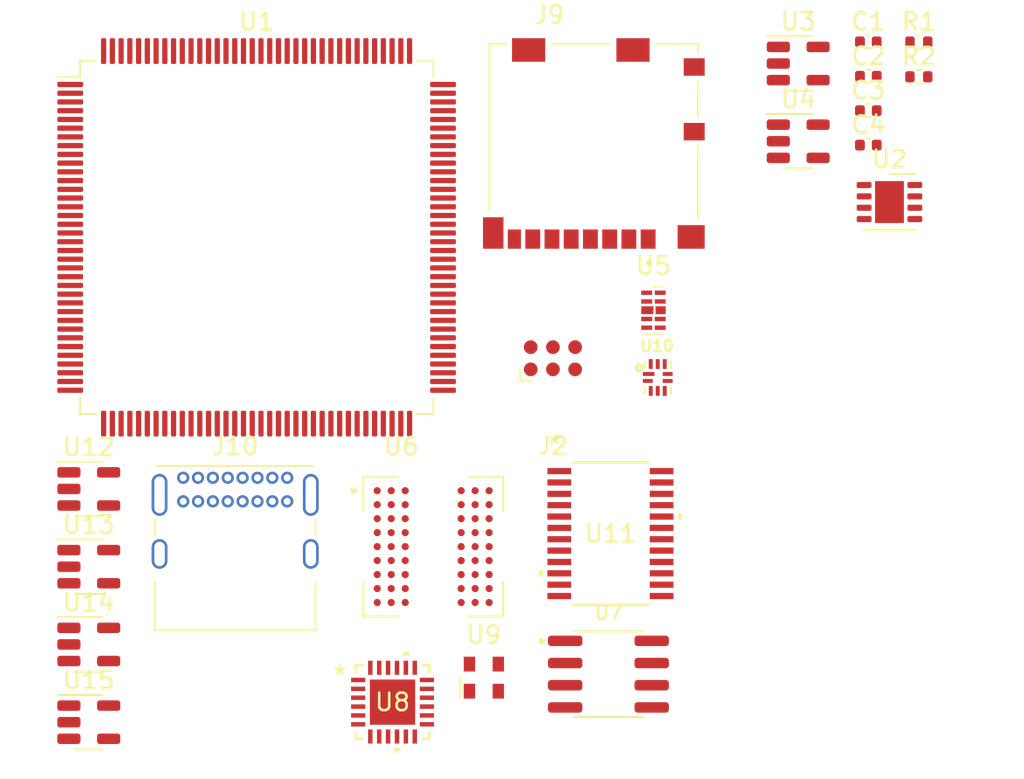
<source format=kicad_pcb>
(kicad_pcb (version 20221018) (generator pcbnew)
  (layers (0 "F.Cu" signal) (31 "B.Cu" signal) (34 "B.Paste" user) (35 "F.Paste" user) (36 "B.SilkS" user "B.Silkscreen") (37 "F.SilkS" user "F.Silkscreen") (38 "B.Mask" user) (39 "F.Mask" user) (44 "Edge.Cuts" user))
  (net 0 "")
  (net 1 "Net-(U2-EN)")
  (net 2 "GND")
  (net 5 "Net-(U2-OUT)")
  (net 6 "Net-(U3-EN)")
  (net 24 "Net-(J9-GND-PadG1)")
  (net 25 "Net-(J10-GND-PadA1)")
  (net 26 "Net-(J10-VBUS-PadA4)")
  (net 36 "Net-(U2-SNS)")
  (net 52 "Net-(U1-VSS-Pad107)")
  (net 185 "Net-(U5-VSS-Pad3)")
  (net 192 "Net-(U6-VSS-PadA1)")
  (net 194 "Net-(U6-VSSQ-PadA3)")
  (net 195 "Net-(U6-VDDQ-PadA7)")
  (net 197 "Net-(U6-VDD-PadA9)")
  (footprint "footprints:MOLEX_104031-0811" (layer "F.Cu") (at 166.87 82.045)
    (fp_text reference "J9" (at -2.545225 -7.385735) (layer "F.SilkS") (effects (font (size 1.002071 1.002071))))
    (fp_text value "104031-0811")
    (pad "1" smd rect (at 3.105 5.45) (size 0.85 1.1) (layers "F.Cu" "F.Paste" "F.Mask"))
    (pad "2" smd rect (at 2.005 5.45) (size 0.85 1.1) (layers "F.Cu" "F.Paste" "F.Mask"))
    (pad "3" smd rect (at 0.905 5.45) (size 0.85 1.1) (layers "F.Cu" "F.Paste" "F.Mask"))
    (pad "4" smd rect (at -0.195 5.45) (size 0.85 1.1) (layers "F.Cu" "F.Paste" "F.Mask"))
    (pad "5" smd rect (at -1.295 5.45) (size 0.85 1.1) (layers "F.Cu" "F.Paste" "F.Mask"))
    (pad "6" smd rect (at -2.395 5.45) (size 0.85 1.1) (layers "F.Cu" "F.Paste" "F.Mask"))
    (pad "7" smd rect (at -3.495 5.45) (size 0.85 1.1) (layers "F.Cu" "F.Paste" "F.Mask"))
    (pad "8" smd rect (at -4.545 5.45) (size 0.75 1.1) (layers "F.Cu" "F.Paste" "F.Mask"))
    (pad "9" smd rect (at 5.74 -0.7) (size 1.2 1) (layers "F.Cu" "F.Paste" "F.Mask"))
    (pad "10" smd rect (at 5.74 -4.4) (size 1.2 1) (layers "F.Cu" "F.Paste" "F.Mask"))
    (pad "G1" smd rect (at 5.565 5.325) (size 1.55 1.35) (layers "F.Cu" "F.Paste" "F.Mask") (net 24 "Net-(J9-GND-PadG1)"))
    (pad "G2" smd rect (at -5.755 5.1) (size 1.17 1.8) (layers "F.Cu" "F.Paste" "F.Mask") (net 24 "Net-(J9-GND-PadG1)"))
    (pad "G3" smd rect (at -3.73 -5.375) (size 1.9 1.35) (layers "F.Cu" "F.Paste" "F.Mask") (net 24 "Net-(J9-GND-PadG1)"))
    (pad "G4" smd rect (at 2.24 -5.375) (size 1.9 1.35) (layers "F.Cu" "F.Paste" "F.Mask") (net 24 "Net-(J9-GND-PadG1)"))
  )
  (footprint "Package_TO_SOT_SMD:SOT-23-5" (layer "F.Cu") (at 137.98 110.695)
    (fp_text reference "U14" (at 0 -2.4) (layer "F.SilkS"))
    (fp_text value "TLV9301xDBV")
    (pad "1" smd roundrect (at -1.1375 -0.95) (size 1.325 0.6) (layers "F.Cu" "F.Paste" "F.Mask"))
    (pad "2" smd roundrect (at -1.1375 0) (size 1.325 0.6) (layers "F.Cu" "F.Paste" "F.Mask"))
    (pad "3" smd roundrect (at -1.1375 0.95) (size 1.325 0.6) (layers "F.Cu" "F.Paste" "F.Mask"))
    (pad "4" smd roundrect (at 1.1375 0.95) (size 1.325 0.6) (layers "F.Cu" "F.Paste" "F.Mask"))
    (pad "5" smd roundrect (at 1.1375 -0.95) (size 1.325 0.6) (layers "F.Cu" "F.Paste" "F.Mask"))
  )
  (footprint "footprints:codec-cs4270" (layer "F.Cu") (at 167.8198 104.3499)
    (fp_text reference "U11" (at 0 0 unlocked) (layer "F.SilkS"))
    (fp_text value "CS4270-CZZ")
    (fp_text user "*" (at -3.18135 -5.0736) (layer "F.SilkS"))
    (fp_text user "*" (at -3.18135 -5.0736 unlocked) (layer "F.SilkS"))
    (pad "1" smd rect (at -2.92735 -3.574999) (size 1.3589 0.3556) (layers "F.Cu" "F.Paste" "F.Mask"))
    (pad "2" smd rect (at -2.92735 -2.925) (size 1.3589 0.3556) (layers "F.Cu" "F.Paste" "F.Mask"))
    (pad "3" smd rect (at -2.92735 -2.275002) (size 1.3589 0.3556) (layers "F.Cu" "F.Paste" "F.Mask"))
    (pad "4" smd rect (at -2.92735 -1.625001) (size 1.3589 0.3556) (layers "F.Cu" "F.Paste" "F.Mask"))
    (pad "5" smd rect (at -2.92735 -0.975002) (size 1.3589 0.3556) (layers "F.Cu" "F.Paste" "F.Mask"))
    (pad "6" smd rect (at -2.92735 -0.325001) (size 1.3589 0.3556) (layers "F.Cu" "F.Paste" "F.Mask"))
    (pad "7" smd rect (at -2.92735 0.324998) (size 1.3589 0.3556) (layers "F.Cu" "F.Paste" "F.Mask"))
    (pad "8" smd rect (at -2.92735 0.974999) (size 1.3589 0.3556) (layers "F.Cu" "F.Paste" "F.Mask"))
    (pad "9" smd rect (at -2.92735 1.624998) (size 1.3589 0.3556) (layers "F.Cu" "F.Paste" "F.Mask"))
    (pad "10" smd rect (at -2.92735 2.274999) (size 1.3589 0.3556) (layers "F.Cu" "F.Paste" "F.Mask"))
    (pad "11" smd rect (at -2.92735 2.924998) (size 1.3589 0.3556) (layers "F.Cu" "F.Paste" "F.Mask"))
    (pad "12" smd rect (at -2.92735 3.574999) (size 1.3589 0.3556) (layers "F.Cu" "F.Paste" "F.Mask"))
    (pad "13" smd rect (at 2.92735 3.574999) (size 1.3589 0.3556) (layers "F.Cu" "F.Paste" "F.Mask"))
    (pad "14" smd rect (at 2.92735 2.925) (size 1.3589 0.3556) (layers "F.Cu" "F.Paste" "F.Mask"))
    (pad "15" smd rect (at 2.92735 2.274999) (size 1.3589 0.3556) (layers "F.Cu" "F.Paste" "F.Mask"))
    (pad "16" smd rect (at 2.92735 1.625001) (size 1.3589 0.3556) (layers "F.Cu" "F.Paste" "F.Mask"))
    (pad "17" smd rect (at 2.92735 0.974999) (size 1.3589 0.3556) (layers "F.Cu" "F.Paste" "F.Mask"))
    (pad "18" smd rect (at 2.92735 0.325001) (size 1.3589 0.3556) (layers "F.Cu" "F.Paste" "F.Mask"))
    (pad "19" smd rect (at 2.92735 -0.324998) (size 1.3589 0.3556) (layers "F.Cu" "F.Paste" "F.Mask"))
    (pad "20" smd rect (at 2.92735 -0.974999) (size 1.3589 0.3556) (layers "F.Cu" "F.Paste" "F.Mask"))
    (pad "21" smd rect (at 2.92735 -1.624998) (size 1.3589 0.3556) (layers "F.Cu" "F.Paste" "F.Mask"))
    (pad "22" smd rect (at 2.92735 -2.274999) (size 1.3589 0.3556) (layers "F.Cu" "F.Paste" "F.Mask"))
    (pad "23" smd rect (at 2.92735 -2.924998) (size 1.3589 0.3556) (layers "F.Cu" "F.Paste" "F.Mask"))
    (pad "24" smd rect (at 2.92735 -3.574999) (size 1.3589 0.3556) (layers "F.Cu" "F.Paste" "F.Mask"))
  )
  (footprint "footprints:QFN24_4X4MC_MCH" (layer "F.Cu") (at 155.355299 113.998099)
    (fp_text reference "U8" (at 0 0 unlocked) (layer "F.SilkS"))
    (fp_text value "USB3318C-CP-TR")
    (fp_text user "*" (at -3.005099 -1.524) (layer "F.SilkS"))
    (fp_text user "*" (at -3.005099 -1.524 unlocked) (layer "F.SilkS"))
    (pad "1" smd rect (at -1.9661 -1.27 90) (size 0.2548 0.807999) (layers "F.Cu" "F.Paste" "F.Mask"))
    (pad "2" smd rect (at -1.9661 -0.762 90) (size 0.2548 0.807999) (layers "F.Cu" "F.Paste" "F.Mask"))
    (pad "3" smd rect (at -1.9661 -0.254 90) (size 0.2548 0.807999) (layers "F.Cu" "F.Paste" "F.Mask"))
    (pad "4" smd rect (at -1.9661 0.254 90) (size 0.2548 0.807999) (layers "F.Cu" "F.Paste" "F.Mask"))
    (pad "5" smd rect (at -1.9661 0.762 90) (size 0.2548 0.807999) (layers "F.Cu" "F.Paste" "F.Mask"))
    (pad "6" smd rect (at -1.9661 1.27 90) (size 0.2548 0.807999) (layers "F.Cu" "F.Paste" "F.Mask"))
    (pad "7" smd rect (at -1.27 1.9661) (size 0.2548 0.807999) (layers "F.Cu" "F.Paste" "F.Mask"))
    (pad "8" smd rect (at -0.762 1.9661) (size 0.2548 0.807999) (layers "F.Cu" "F.Paste" "F.Mask"))
    (pad "9" smd rect (at -0.254 1.9661) (size 0.2548 0.807999) (layers "F.Cu" "F.Paste" "F.Mask"))
    (pad "10" smd rect (at 0.254 1.9661) (size 0.2548 0.807999) (layers "F.Cu" "F.Paste" "F.Mask"))
    (pad "11" smd rect (at 0.762 1.9661) (size 0.2548 0.807999) (layers "F.Cu" "F.Paste" "F.Mask"))
    (pad "12" smd rect (at 1.27 1.9661) (size 0.2548 0.807999) (layers "F.Cu" "F.Paste" "F.Mask"))
    (pad "13" smd rect (at 1.9661 1.27 90) (size 0.2548 0.807999) (layers "F.Cu" "F.Paste" "F.Mask"))
    (pad "14" smd rect (at 1.9661 0.762 90) (size 0.2548 0.807999) (layers "F.Cu" "F.Paste" "F.Mask"))
    (pad "15" smd rect (at 1.9661 0.254 90) (size 0.2548 0.807999) (layers "F.Cu" "F.Paste" "F.Mask"))
    (pad "16" smd rect (at 1.9661 -0.254 90) (size 0.2548 0.807999) (layers "F.Cu" "F.Paste" "F.Mask"))
    (pad "17" smd rect (at 1.9661 -0.762 90) (size 0.2548 0.807999) (layers "F.Cu" "F.Paste" "F.Mask"))
    (pad "18" smd rect (at 1.9661 -1.27 90) (size 0.2548 0.807999) (layers "F.Cu" "F.Paste" "F.Mask"))
    (pad "19" smd rect (at 1.27 -1.9661) (size 0.2548 0.807999) (layers "F.Cu" "F.Paste" "F.Mask"))
    (pad "20" smd rect (at 0.762 -1.9661) (size 0.2548 0.807999) (layers "F.Cu" "F.Paste" "F.Mask"))
    (pad "21" smd rect (at 0.254 -1.9661) (size 0.2548 0.807999) (layers "F.Cu" "F.Paste" "F.Mask"))
    (pad "22" smd rect (at -0.254 -1.9661) (size 0.2548 0.807999) (layers "F.Cu" "F.Paste" "F.Mask"))
    (pad "23" smd rect (at -0.762 -1.9661) (size 0.2548 0.807999) (layers "F.Cu" "F.Paste" "F.Mask"))
    (pad "24" smd rect (at -1.27 -1.9661) (size 0.2548 0.807999) (layers "F.Cu" "F.Paste" "F.Mask"))
    (pad "25" smd rect (at 0 0) (size 2.5908 2.5908) (layers "F.Cu"))
  )
  (footprint "Resistor_SMD:R_0402_1005Metric" (layer "F.Cu") (at 185.46 78.205)
    (fp_text reference "R2" (at 0 -1.17) (layer "F.SilkS"))
    (fp_text value "DNP")
    (pad "1" smd roundrect (at -0.51 0) (size 0.54 0.64) (layers "F.Cu" "F.Paste" "F.Mask") (net 36 "Net-(U2-SNS)"))
    (pad "2" smd roundrect (at 0.51 0) (size 0.54 0.64) (layers "F.Cu" "F.Paste" "F.Mask") (net 2 "GND"))
  )
  (footprint "Package_TO_SOT_SMD:SOT-23-5" (layer "F.Cu") (at 137.98 106.245)
    (fp_text reference "U13" (at 0 -2.4) (layer "F.SilkS"))
    (fp_text value "TLV9301xDBV")
    (pad "1" smd roundrect (at -1.1375 -0.95) (size 1.325 0.6) (layers "F.Cu" "F.Paste" "F.Mask"))
    (pad "2" smd roundrect (at -1.1375 0) (size 1.325 0.6) (layers "F.Cu" "F.Paste" "F.Mask"))
    (pad "3" smd roundrect (at -1.1375 0.95) (size 1.325 0.6) (layers "F.Cu" "F.Paste" "F.Mask"))
    (pad "4" smd roundrect (at 1.1375 0.95) (size 1.325 0.6) (layers "F.Cu" "F.Paste" "F.Mask"))
    (pad "5" smd roundrect (at 1.1375 -0.95) (size 1.325 0.6) (layers "F.Cu" "F.Paste" "F.Mask"))
  )
  (footprint "Capacitor_SMD:C_0402_1005Metric" (layer "F.Cu") (at 182.57 82.115)
    (fp_text reference "C4" (at 0 -1.16) (layer "F.SilkS"))
    (fp_text value "2u2")
    (pad "1" smd roundrect (at -0.48 0) (size 0.56 0.62) (layers "F.Cu" "F.Paste" "F.Mask") (net 6 "Net-(U3-EN)"))
    (pad "2" smd roundrect (at 0.48 0) (size 0.56 0.62) (layers "F.Cu" "F.Paste" "F.Mask"))
  )
  (footprint "Package_TO_SOT_SMD:SOT-23-5" (layer "F.Cu") (at 137.98 101.795)
    (fp_text reference "U12" (at 0 -2.4) (layer "F.SilkS"))
    (fp_text value "TLV9301xDBV")
    (pad "1" smd roundrect (at -1.1375 -0.95) (size 1.325 0.6) (layers "F.Cu" "F.Paste" "F.Mask"))
    (pad "2" smd roundrect (at -1.1375 0) (size 1.325 0.6) (layers "F.Cu" "F.Paste" "F.Mask"))
    (pad "3" smd roundrect (at -1.1375 0.95) (size 1.325 0.6) (layers "F.Cu" "F.Paste" "F.Mask"))
    (pad "4" smd roundrect (at 1.1375 0.95) (size 1.325 0.6) (layers "F.Cu" "F.Paste" "F.Mask"))
    (pad "5" smd roundrect (at 1.1375 -0.95) (size 1.325 0.6) (layers "F.Cu" "F.Paste" "F.Mask"))
  )
  (footprint "Package_SON:VSON-8-1EP_3x3mm_P0.65mm_EP1.65x2.4mm" (layer "F.Cu") (at 183.78 85.375)
    (fp_text reference "U2" (at 0 -2.45) (layer "F.SilkS"))
    (fp_text value "TLV76733QWDRBxQ1")
    (pad "1" smd roundrect (at -1.45 -0.975) (size 0.85 0.35) (layers "F.Cu" "F.Paste" "F.Mask") (net 5 "Net-(U2-OUT)"))
    (pad "2" smd roundrect (at -1.45 -0.325) (size 0.85 0.35) (layers "F.Cu" "F.Paste" "F.Mask"))
    (pad "3" smd roundrect (at -1.45 0.325) (size 0.85 0.35) (layers "F.Cu" "F.Paste" "F.Mask") (net 36 "Net-(U2-SNS)"))
    (pad "4" smd roundrect (at -1.45 0.975) (size 0.85 0.35) (layers "F.Cu" "F.Paste" "F.Mask") (net 2 "GND"))
    (pad "5" smd roundrect (at 1.45 0.975) (size 0.85 0.35) (layers "F.Cu" "F.Paste" "F.Mask") (net 1 "Net-(U2-EN)"))
    (pad "6" smd roundrect (at 1.45 0.325) (size 0.85 0.35) (layers "F.Cu" "F.Paste" "F.Mask") (net 2 "GND"))
    (pad "7" smd roundrect (at 1.45 -0.325) (size 0.85 0.35) (layers "F.Cu" "F.Paste" "F.Mask"))
    (pad "8" smd roundrect (at 1.45 -0.975) (size 0.85 0.35) (layers "F.Cu" "F.Paste" "F.Mask") (net 1 "Net-(U2-EN)"))
    (pad "9" smd rect (at 0 0) (size 1.65 2.4) (layers "F.Cu" "F.Mask") (net 2 "GND"))
  )
  (footprint "footprints:IC_FSUSB42UMX" (layer "F.Cu") (at 170.525709 95.415)
    (fp_text reference "U10" (at -0.041 -1.8104) (layer "F.SilkS") (effects (font (size 0.64 0.64))))
    (fp_text value "FSUSB42UMX")
    (pad "1" smd rect (at -0.5185 -0.2) (size 0.663 0.225) (layers "F.Cu" "F.Paste" "F.Mask"))
    (pad "2" smd rect (at -0.5685 0.2) (size 0.563 0.225) (layers "F.Cu" "F.Paste" "F.Mask"))
    (pad "3" smd rect (at -0.4 0.7685 90) (size 0.563 0.225) (layers "F.Cu" "F.Paste" "F.Mask"))
    (pad "4" smd rect (at 0 0.7685 90) (size 0.563 0.225) (layers "F.Cu" "F.Paste" "F.Mask"))
    (pad "5" smd rect (at 0.4 0.7685 90) (size 0.563 0.225) (layers "F.Cu" "F.Paste" "F.Mask"))
    (pad "6" smd rect (at 0.5685 0.2 180) (size 0.563 0.225) (layers "F.Cu" "F.Paste" "F.Mask"))
    (pad "7" smd rect (at 0.5685 -0.2 180) (size 0.563 0.225) (layers "F.Cu" "F.Paste" "F.Mask"))
    (pad "8" smd rect (at 0.4 -0.7685 270) (size 0.563 0.225) (layers "F.Cu" "F.Paste" "F.Mask"))
    (pad "9" smd rect (at 0 -0.7685 270) (size 0.563 0.225) (layers "F.Cu" "F.Paste" "F.Mask"))
    (pad "10" smd rect (at -0.4 -0.7685 270) (size 0.563 0.225) (layers "F.Cu" "F.Paste" "F.Mask"))
  )
  (footprint "Package_DFN_QFN:Diodes_UDFN-10_1.0x2.5mm_P0.5mm" (layer "F.Cu") (at 170.28 91.565)
    (fp_text reference "U5" (at 0 -2.54) (layer "F.SilkS"))
    (fp_text value "D3V3XA4B10LP")
    (pad "1" smd rect (at -0.3875 -1 270) (size 0.25 0.625) (layers "F.Cu" "F.Paste" "F.Mask"))
    (pad "2" smd rect (at -0.3875 -0.5 270) (size 0.25 0.625) (layers "F.Cu" "F.Paste" "F.Mask"))
    (pad "3" smd rect (at -0.35 0 270) (size 0.45 0.7) (layers "F.Cu" "F.Paste" "F.Mask") (net 185 "Net-(U5-VSS-Pad3)"))
    (pad "4" smd rect (at -0.3875 0.5 270) (size 0.25 0.625) (layers "F.Cu" "F.Paste" "F.Mask"))
    (pad "5" smd rect (at -0.3875 1 270) (size 0.25 0.625) (layers "F.Cu" "F.Paste" "F.Mask"))
    (pad "6" smd rect (at 0.3875 1 270) (size 0.25 0.625) (layers "F.Cu" "F.Paste" "F.Mask"))
    (pad "7" smd rect (at 0.3875 0.5 270) (size 0.25 0.625) (layers "F.Cu" "F.Paste" "F.Mask"))
    (pad "8" smd rect (at 0.4125 0 270) (size 0.45 0.575) (layers "F.Cu" "F.Paste" "F.Mask") (net 185 "Net-(U5-VSS-Pad3)"))
    (pad "9" smd rect (at 0.3875 -0.5 270) (size 0.25 0.625) (layers "F.Cu" "F.Paste" "F.Mask"))
    (pad "10" smd rect (at 0.3875 -1 270) (size 0.25 0.625) (layers "F.Cu" "F.Paste" "F.Mask"))
  )
  (footprint "Resistor_SMD:R_0402_1005Metric" (layer "F.Cu") (at 185.46 76.215)
    (fp_text reference "R1" (at 0 -1.17) (layer "F.SilkS"))
    (fp_text value "0")
    (pad "1" smd roundrect (at -0.51 0) (size 0.54 0.64) (layers "F.Cu" "F.Paste" "F.Mask") (net 5 "Net-(U2-OUT)"))
    (pad "2" smd roundrect (at 0.51 0) (size 0.54 0.64) (layers "F.Cu" "F.Paste" "F.Mask") (net 36 "Net-(U2-SNS)"))
  )
  (footprint "Package_TO_SOT_SMD:SOT-23-5" (layer "F.Cu") (at 137.98 115.145)
    (fp_text reference "U15" (at 0 -2.4) (layer "F.SilkS"))
    (fp_text value "TLV9301xDBV")
    (pad "1" smd roundrect (at -1.1375 -0.95) (size 1.325 0.6) (layers "F.Cu" "F.Paste" "F.Mask"))
    (pad "2" smd roundrect (at -1.1375 0) (size 1.325 0.6) (layers "F.Cu" "F.Paste" "F.Mask"))
    (pad "3" smd roundrect (at -1.1375 0.95) (size 1.325 0.6) (layers "F.Cu" "F.Paste" "F.Mask"))
    (pad "4" smd roundrect (at 1.1375 0.95) (size 1.325 0.6) (layers "F.Cu" "F.Paste" "F.Mask"))
    (pad "5" smd roundrect (at 1.1375 -0.95) (size 1.325 0.6) (layers "F.Cu" "F.Paste" "F.Mask"))
  )
  (footprint "Capacitor_SMD:C_0402_1005Metric" (layer "F.Cu") (at 182.57 78.175)
    (fp_text reference "C2" (at 0 -1.16) (layer "F.SilkS"))
    (fp_text value "2u2")
    (pad "1" smd roundrect (at -0.48 0) (size 0.56 0.62) (layers "F.Cu" "F.Paste" "F.Mask"))
    (pad "2" smd roundrect (at 0.48 0) (size 0.56 0.62) (layers "F.Cu" "F.Paste" "F.Mask"))
  )
  (footprint "footprints:BGA54C80P9X9_800X800X120" (layer "F.Cu") (at 157.68 105.095)
    (fp_text reference "U6" (at -1.825 -5.735) (layer "F.SilkS"))
    (fp_text value "IS42S16800F-7BL-TR")
    (pad "A1" smd circle (at -3.2 -3.2) (size 0.41 0.41) (layers "F.Cu" "F.Paste" "F.Mask") (net 192 "Net-(U6-VSS-PadA1)"))
    (pad "A2" smd circle (at -2.4 -3.2) (size 0.41 0.41) (layers "F.Cu" "F.Paste" "F.Mask"))
    (pad "A3" smd circle (at -1.6 -3.2) (size 0.41 0.41) (layers "F.Cu" "F.Paste" "F.Mask") (net 194 "Net-(U6-VSSQ-PadA3)"))
    (pad "A7" smd circle (at 1.6 -3.2) (size 0.41 0.41) (layers "F.Cu" "F.Paste" "F.Mask") (net 195 "Net-(U6-VDDQ-PadA7)"))
    (pad "A8" smd circle (at 2.4 -3.2) (size 0.41 0.41) (layers "F.Cu" "F.Paste" "F.Mask"))
    (pad "A9" smd circle (at 3.2 -3.2) (size 0.41 0.41) (layers "F.Cu" "F.Paste" "F.Mask") (net 197 "Net-(U6-VDD-PadA9)"))
    (pad "B1" smd circle (at -3.2 -2.4) (size 0.41 0.41) (layers "F.Cu" "F.Paste" "F.Mask"))
    (pad "B2" smd circle (at -2.4 -2.4) (size 0.41 0.41) (layers "F.Cu" "F.Paste" "F.Mask"))
    (pad "B3" smd circle (at -1.6 -2.4) (size 0.41 0.41) (layers "F.Cu" "F.Paste" "F.Mask") (net 195 "Net-(U6-VDDQ-PadA7)"))
    (pad "B7" smd circle (at 1.6 -2.4) (size 0.41 0.41) (layers "F.Cu" "F.Paste" "F.Mask") (net 194 "Net-(U6-VSSQ-PadA3)"))
    (pad "B8" smd circle (at 2.4 -2.4) (size 0.41 0.41) (layers "F.Cu" "F.Paste" "F.Mask"))
    (pad "B9" smd circle (at 3.2 -2.4) (size 0.41 0.41) (layers "F.Cu" "F.Paste" "F.Mask"))
    (pad "C1" smd circle (at -3.2 -1.6) (size 0.41 0.41) (layers "F.Cu" "F.Paste" "F.Mask"))
    (pad "C2" smd circle (at -2.4 -1.6) (size 0.41 0.41) (layers "F.Cu" "F.Paste" "F.Mask"))
    (pad "C3" smd circle (at -1.6 -1.6) (size 0.41 0.41) (layers "F.Cu" "F.Paste" "F.Mask") (net 194 "Net-(U6-VSSQ-PadA3)"))
    (pad "C7" smd circle (at 1.6 -1.6) (size 0.41 0.41) (layers "F.Cu" "F.Paste" "F.Mask") (net 195 "Net-(U6-VDDQ-PadA7)"))
    (pad "C8" smd circle (at 2.4 -1.6) (size 0.41 0.41) (layers "F.Cu" "F.Paste" "F.Mask"))
    (pad "C9" smd circle (at 3.2 -1.6) (size 0.41 0.41) (layers "F.Cu" "F.Paste" "F.Mask"))
    (pad "D1" smd circle (at -3.2 -0.8) (size 0.41 0.41) (layers "F.Cu" "F.Paste" "F.Mask"))
    (pad "D2" smd circle (at -2.4 -0.8) (size 0.41 0.41) (layers "F.Cu" "F.Paste" "F.Mask"))
    (pad "D3" smd circle (at -1.6 -0.8) (size 0.41 0.41) (layers "F.Cu" "F.Paste" "F.Mask") (net 195 "Net-(U6-VDDQ-PadA7)"))
    (pad "D7" smd circle (at 1.6 -0.8) (size 0.41 0.41) (layers "F.Cu" "F.Paste" "F.Mask") (net 194 "Net-(U6-VSSQ-PadA3)"))
    (pad "D8" smd circle (at 2.4 -0.8) (size 0.41 0.41) (layers "F.Cu" "F.Paste" "F.Mask"))
    (pad "D9" smd circle (at 3.2 -0.8) (size 0.41 0.41) (layers "F.Cu" "F.Paste" "F.Mask"))
    (pad "E1" smd circle (at -3.2 0) (size 0.41 0.41) (layers "F.Cu" "F.Paste" "F.Mask"))
    (pad "E2" smd circle (at -2.4 0) (size 0.41 0.41) (layers "F.Cu" "F.Paste" "F.Mask"))
    (pad "E3" smd circle (at -1.6 0) (size 0.41 0.41) (layers "F.Cu" "F.Paste" "F.Mask") (net 192 "Net-(U6-VSS-PadA1)"))
    (pad "E7" smd circle (at 1.6 0) (size 0.41 0.41) (layers "F.Cu" "F.Paste" "F.Mask") (net 197 "Net-(U6-VDD-PadA9)"))
    (pad "E8" smd circle (at 2.4 0) (size 0.41 0.41) (layers "F.Cu" "F.Paste" "F.Mask"))
    (pad "E9" smd circle (at 3.2 0) (size 0.41 0.41) (layers "F.Cu" "F.Paste" "F.Mask"))
    (pad "F1" smd circle (at -3.2 0.8) (size 0.41 0.41) (layers "F.Cu" "F.Paste" "F.Mask"))
    (pad "F2" smd circle (at -2.4 0.8) (size 0.41 0.41) (layers "F.Cu" "F.Paste" "F.Mask"))
    (pad "F3" smd circle (at -1.6 0.8) (size 0.41 0.41) (layers "F.Cu" "F.Paste" "F.Mask"))
    (pad "F7" smd circle (at 1.6 0.8) (size 0.41 0.41) (layers "F.Cu" "F.Paste" "F.Mask"))
    (pad "F8" smd circle (at 2.4 0.8) (size 0.41 0.41) (layers "F.Cu" "F.Paste" "F.Mask"))
    (pad "F9" smd circle (at 3.2 0.8) (size 0.41 0.41) (layers "F.Cu" "F.Paste" "F.Mask"))
    (pad "G1" smd circle (at -3.2 1.6) (size 0.41 0.41) (layers "F.Cu" "F.Paste" "F.Mask"))
    (pad "G2" smd circle (at -2.4 1.6) (size 0.41 0.41) (layers "F.Cu" "F.Paste" "F.Mask"))
    (pad "G3" smd circle (at -1.6 1.6) (size 0.41 0.41) (layers "F.Cu" "F.Paste" "F.Mask"))
    (pad "G7" smd circle (at 1.6 1.6) (size 0.41 0.41) (layers "F.Cu" "F.Paste" "F.Mask"))
    (pad "G8" smd circle (at 2.4 1.6) (size 0.41 0.41) (layers "F.Cu" "F.Paste" "F.Mask"))
    (pad "G9" smd circle (at 3.2 1.6) (size 0.41 0.41) (layers "F.Cu" "F.Paste" "F.Mask"))
    (pad "H1" smd circle (at -3.2 2.4) (size 0.41 0.41) (layers "F.Cu" "F.Paste" "F.Mask"))
    (pad "H2" smd circle (at -2.4 2.4) (size 0.41 0.41) (layers "F.Cu" "F.Paste" "F.Mask"))
    (pad "H3" smd circle (at -1.6 2.4) (size 0.41 0.41) (layers "F.Cu" "F.Paste" "F.Mask"))
    (pad "H7" smd circle (at 1.6 2.4) (size 0.41 0.41) (layers "F.Cu" "F.Paste" "F.Mask"))
    (pad "H8" smd circle (at 2.4 2.4) (size 0.41 0.41) (layers "F.Cu" "F.Paste" "F.Mask"))
    (pad "H9" smd circle (at 3.2 2.4) (size 0.41 0.41) (layers "F.Cu" "F.Paste" "F.Mask"))
    (pad "J1" smd circle (at -3.2 3.2) (size 0.41 0.41) (layers "F.Cu" "F.Paste" "F.Mask") (net 192 "Net-(U6-VSS-PadA1)"))
    (pad "J2" smd circle (at -2.4 3.2) (size 0.41 0.41) (layers "F.Cu" "F.Paste" "F.Mask"))
    (pad "J3" smd circle (at -1.6 3.2) (size 0.41 0.41) (layers "F.Cu" "F.Paste" "F.Mask"))
    (pad "J7" smd circle (at 1.6 3.2) (size 0.41 0.41) (layers "F.Cu" "F.Paste" "F.Mask"))
    (pad "J8" smd circle (at 2.4 3.2) (size 0.41 0.41) (layers "F.Cu" "F.Paste" "F.Mask"))
    (pad "J9" smd circle (at 3.2 3.2) (size 0.41 0.41) (layers "F.Cu" "F.Paste" "F.Mask") (net 197 "Net-(U6-VDD-PadA9)"))
  )
  (footprint "Package_TO_SOT_SMD:SOT-23-5" (layer "F.Cu") (at 178.56 77.445)
    (fp_text reference "U3" (at 0 -2.4) (layer "F.SilkS"))
    (fp_text value "~")
    (pad "1" smd roundrect (at -1.1375 -0.95) (size 1.325 0.6) (layers "F.Cu" "F.Paste" "F.Mask") (net 6 "Net-(U3-EN)"))
    (pad "2" smd roundrect (at -1.1375 0) (size 1.325 0.6) (layers "F.Cu" "F.Paste" "F.Mask"))
    (pad "3" smd roundrect (at -1.1375 0.95) (size 1.325 0.6) (layers "F.Cu" "F.Paste" "F.Mask") (net 6 "Net-(U3-EN)"))
    (pad "4" smd roundrect (at 1.1375 0.95) (size 1.325 0.6) (layers "F.Cu" "F.Paste" "F.Mask"))
    (pad "5" smd roundrect (at 1.1375 -0.95) (size 1.325 0.6) (layers "F.Cu" "F.Paste" "F.Mask"))
  )
  (footprint "Package_QFP:LQFP-144_20x20mm_P0.5mm" (layer "F.Cu") (at 147.58 87.395)
    (fp_text reference "U1" (at 0 -12.35) (layer "F.SilkS"))
    (fp_text value "STM32H723ZGTx")
    (pad "1" smd roundrect (at -10.6625 -8.75) (size 1.475 0.3) (layers "F.Cu" "F.Paste" "F.Mask"))
    (pad "2" smd roundrect (at -10.6625 -8.25) (size 1.475 0.3) (layers "F.Cu" "F.Paste" "F.Mask"))
    (pad "3" smd roundrect (at -10.6625 -7.75) (size 1.475 0.3) (layers "F.Cu" "F.Paste" "F.Mask"))
    (pad "4" smd roundrect (at -10.6625 -7.25) (size 1.475 0.3) (layers "F.Cu" "F.Paste" "F.Mask"))
    (pad "5" smd roundrect (at -10.6625 -6.75) (size 1.475 0.3) (layers "F.Cu" "F.Paste" "F.Mask"))
    (pad "6" smd roundrect (at -10.6625 -6.25) (size 1.475 0.3) (layers "F.Cu" "F.Paste" "F.Mask"))
    (pad "7" smd roundrect (at -10.6625 -5.75) (size 1.475 0.3) (layers "F.Cu" "F.Paste" "F.Mask"))
    (pad "8" smd roundrect (at -10.6625 -5.25) (size 1.475 0.3) (layers "F.Cu" "F.Paste" "F.Mask"))
    (pad "9" smd roundrect (at -10.6625 -4.75) (size 1.475 0.3) (layers "F.Cu" "F.Paste" "F.Mask"))
    (pad "10" smd roundrect (at -10.6625 -4.25) (size 1.475 0.3) (layers "F.Cu" "F.Paste" "F.Mask"))
    (pad "11" smd roundrect (at -10.6625 -3.75) (size 1.475 0.3) (layers "F.Cu" "F.Paste" "F.Mask"))
    (pad "12" smd roundrect (at -10.6625 -3.25) (size 1.475 0.3) (layers "F.Cu" "F.Paste" "F.Mask"))
    (pad "13" smd roundrect (at -10.6625 -2.75) (size 1.475 0.3) (layers "F.Cu" "F.Paste" "F.Mask"))
    (pad "14" smd roundrect (at -10.6625 -2.25) (size 1.475 0.3) (layers "F.Cu" "F.Paste" "F.Mask"))
    (pad "15" smd roundrect (at -10.6625 -1.75) (size 1.475 0.3) (layers "F.Cu" "F.Paste" "F.Mask"))
    (pad "16" smd roundrect (at -10.6625 -1.25) (size 1.475 0.3) (layers "F.Cu" "F.Paste" "F.Mask") (net 52 "Net-(U1-VSS-Pad107)"))
    (pad "17" smd roundrect (at -10.6625 -0.75) (size 1.475 0.3) (layers "F.Cu" "F.Paste" "F.Mask"))
    (pad "18" smd roundrect (at -10.6625 -0.25) (size 1.475 0.3) (layers "F.Cu" "F.Paste" "F.Mask"))
    (pad "19" smd roundrect (at -10.6625 0.25) (size 1.475 0.3) (layers "F.Cu" "F.Paste" "F.Mask"))
    (pad "20" smd roundrect (at -10.6625 0.75) (size 1.475 0.3) (layers "F.Cu" "F.Paste" "F.Mask"))
    (pad "21" smd roundrect (at -10.6625 1.25) (size 1.475 0.3) (layers "F.Cu" "F.Paste" "F.Mask"))
    (pad "22" smd roundrect (at -10.6625 1.75) (size 1.475 0.3) (layers "F.Cu" "F.Paste" "F.Mask"))
    (pad "23" smd roundrect (at -10.6625 2.25) (size 1.475 0.3) (layers "F.Cu" "F.Paste" "F.Mask"))
    (pad "24" smd roundrect (at -10.6625 2.75) (size 1.475 0.3) (layers "F.Cu" "F.Paste" "F.Mask"))
    (pad "25" smd roundrect (at -10.6625 3.25) (size 1.475 0.3) (layers "F.Cu" "F.Paste" "F.Mask"))
    (pad "26" smd roundrect (at -10.6625 3.75) (size 1.475 0.3) (layers "F.Cu" "F.Paste" "F.Mask"))
    (pad "27" smd roundrect (at -10.6625 4.25) (size 1.475 0.3) (layers "F.Cu" "F.Paste" "F.Mask"))
    (pad "28" smd roundrect (at -10.6625 4.75) (size 1.475 0.3) (layers "F.Cu" "F.Paste" "F.Mask"))
    (pad "29" smd roundrect (at -10.6625 5.25) (size 1.475 0.3) (layers "F.Cu" "F.Paste" "F.Mask"))
    (pad "30" smd roundrect (at -10.6625 5.75) (size 1.475 0.3) (layers "F.Cu" "F.Paste" "F.Mask"))
    (pad "31" smd roundrect (at -10.6625 6.25) (size 1.475 0.3) (layers "F.Cu" "F.Paste" "F.Mask"))
    (pad "32" smd roundrect (at -10.6625 6.75) (size 1.475 0.3) (layers "F.Cu" "F.Paste" "F.Mask"))
    (pad "33" smd roundrect (at -10.6625 7.25) (size 1.475 0.3) (layers "F.Cu" "F.Paste" "F.Mask"))
    (pad "34" smd roundrect (at -10.6625 7.75) (size 1.475 0.3) (layers "F.Cu" "F.Paste" "F.Mask"))
    (pad "35" smd roundrect (at -10.6625 8.25) (size 1.475 0.3) (layers "F.Cu" "F.Paste" "F.Mask"))
    (pad "36" smd roundrect (at -10.6625 8.75) (size 1.475 0.3) (layers "F.Cu" "F.Paste" "F.Mask"))
    (pad "37" smd roundrect (at -8.75 10.6625) (size 0.3 1.475) (layers "F.Cu" "F.Paste" "F.Mask"))
    (pad "38" smd roundrect (at -8.25 10.6625) (size 0.3 1.475) (layers "F.Cu" "F.Paste" "F.Mask") (net 52 "Net-(U1-VSS-Pad107)"))
    (pad "39" smd roundrect (at -7.75 10.6625) (size 0.3 1.475) (layers "F.Cu" "F.Paste" "F.Mask"))
    (pad "40" smd roundrect (at -7.25 10.6625) (size 0.3 1.475) (layers "F.Cu" "F.Paste" "F.Mask"))
    (pad "41" smd roundrect (at -6.75 10.6625) (size 0.3 1.475) (layers "F.Cu" "F.Paste" "F.Mask"))
    (pad "42" smd roundrect (at -6.25 10.6625) (size 0.3 1.475) (layers "F.Cu" "F.Paste" "F.Mask"))
    (pad "43" smd roundrect (at -5.75 10.6625) (size 0.3 1.475) (layers "F.Cu" "F.Paste" "F.Mask"))
    (pad "44" smd roundrect (at -5.25 10.6625) (size 0.3 1.475) (layers "F.Cu" "F.Paste" "F.Mask"))
    (pad "45" smd roundrect (at -4.75 10.6625) (size 0.3 1.475) (layers "F.Cu" "F.Paste" "F.Mask"))
    (pad "46" smd roundrect (at -4.25 10.6625) (size 0.3 1.475) (layers "F.Cu" "F.Paste" "F.Mask"))
    (pad "47" smd roundrect (at -3.75 10.6625) (size 0.3 1.475) (layers "F.Cu" "F.Paste" "F.Mask"))
    (pad "48" smd roundrect (at -3.25 10.6625) (size 0.3 1.475) (layers "F.Cu" "F.Paste" "F.Mask"))
    (pad "49" smd roundrect (at -2.75 10.6625) (size 0.3 1.475) (layers "F.Cu" "F.Paste" "F.Mask"))
    (pad "50" smd roundrect (at -2.25 10.6625) (size 0.3 1.475) (layers "F.Cu" "F.Paste" "F.Mask"))
    (pad "51" smd roundrect (at -1.75 10.6625) (size 0.3 1.475) (layers "F.Cu" "F.Paste" "F.Mask") (net 52 "Net-(U1-VSS-Pad107)"))
    (pad "52" smd roundrect (at -1.25 10.6625) (size 0.3 1.475) (layers "F.Cu" "F.Paste" "F.Mask"))
    (pad "53" smd roundrect (at -0.75 10.6625) (size 0.3 1.475) (layers "F.Cu" "F.Paste" "F.Mask"))
    (pad "54" smd roundrect (at -0.25 10.6625) (size 0.3 1.475) (layers "F.Cu" "F.Paste" "F.Mask"))
    (pad "55" smd roundrect (at 0.25 10.6625) (size 0.3 1.475) (layers "F.Cu" "F.Paste" "F.Mask"))
    (pad "56" smd roundrect (at 0.75 10.6625) (size 0.3 1.475) (layers "F.Cu" "F.Paste" "F.Mask"))
    (pad "57" smd roundrect (at 1.25 10.6625) (size 0.3 1.475) (layers "F.Cu" "F.Paste" "F.Mask"))
    (pad "58" smd roundrect (at 1.75 10.6625) (size 0.3 1.475) (layers "F.Cu" "F.Paste" "F.Mask"))
    (pad "59" smd roundrect (at 2.25 10.6625) (size 0.3 1.475) (layers "F.Cu" "F.Paste" "F.Mask"))
    (pad "60" smd roundrect (at 2.75 10.6625) (size 0.3 1.475) (layers "F.Cu" "F.Paste" "F.Mask"))
    (pad "61" smd roundrect (at 3.25 10.6625) (size 0.3 1.475) (layers "F.Cu" "F.Paste" "F.Mask") (net 52 "Net-(U1-VSS-Pad107)"))
    (pad "62" smd roundrect (at 3.75 10.6625) (size 0.3 1.475) (layers "F.Cu" "F.Paste" "F.Mask"))
    (pad "63" smd roundrect (at 4.25 10.6625) (size 0.3 1.475) (layers "F.Cu" "F.Paste" "F.Mask"))
    (pad "64" smd roundrect (at 4.75 10.6625) (size 0.3 1.475) (layers "F.Cu" "F.Paste" "F.Mask"))
    (pad "65" smd roundrect (at 5.25 10.6625) (size 0.3 1.475) (layers "F.Cu" "F.Paste" "F.Mask"))
    (pad "66" smd roundrect (at 5.75 10.6625) (size 0.3 1.475) (layers "F.Cu" "F.Paste" "F.Mask"))
    (pad "67" smd roundrect (at 6.25 10.6625) (size 0.3 1.475) (layers "F.Cu" "F.Paste" "F.Mask"))
    (pad "68" smd roundrect (at 6.75 10.6625) (size 0.3 1.475) (layers "F.Cu" "F.Paste" "F.Mask"))
    (pad "69" smd roundrect (at 7.25 10.6625) (size 0.3 1.475) (layers "F.Cu" "F.Paste" "F.Mask"))
    (pad "70" smd roundrect (at 7.75 10.6625) (size 0.3 1.475) (layers "F.Cu" "F.Paste" "F.Mask"))
    (pad "71" smd roundrect (at 8.25 10.6625) (size 0.3 1.475) (layers "F.Cu" "F.Paste" "F.Mask"))
    (pad "72" smd roundrect (at 8.75 10.6625) (size 0.3 1.475) (layers "F.Cu" "F.Paste" "F.Mask"))
    (pad "73" smd roundrect (at 10.6625 8.75) (size 1.475 0.3) (layers "F.Cu" "F.Paste" "F.Mask"))
    (pad "74" smd roundrect (at 10.6625 8.25) (size 1.475 0.3) (layers "F.Cu" "F.Paste" "F.Mask"))
    (pad "75" smd roundrect (at 10.6625 7.75) (size 1.475 0.3) (layers "F.Cu" "F.Paste" "F.Mask"))
    (pad "76" smd roundrect (at 10.6625 7.25) (size 1.475 0.3) (layers "F.Cu" "F.Paste" "F.Mask"))
    (pad "77" smd roundrect (at 10.6625 6.75) (size 1.475 0.3) (layers "F.Cu" "F.Paste" "F.Mask"))
    (pad "78" smd roundrect (at 10.6625 6.25) (size 1.475 0.3) (layers "F.Cu" "F.Paste" "F.Mask"))
    (pad "79" smd roundrect (at 10.6625 5.75) (size 1.475 0.3) (layers "F.Cu" "F.Paste" "F.Mask"))
    (pad "80" smd roundrect (at 10.6625 5.25) (size 1.475 0.3) (layers "F.Cu" "F.Paste" "F.Mask"))
    (pad "81" smd roundrect (at 10.6625 4.75) (size 1.475 0.3) (layers "F.Cu" "F.Paste" "F.Mask"))
    (pad "82" smd roundrect (at 10.6625 4.25) (size 1.475 0.3) (layers "F.Cu" "F.Paste" "F.Mask"))
    (pad "83" smd roundrect (at 10.6625 3.75) (size 1.475 0.3) (layers "F.Cu" "F.Paste" "F.Mask") (net 52 "Net-(U1-VSS-Pad107)"))
    (pad "84" smd roundrect (at 10.6625 3.25) (size 1.475 0.3) (layers "F.Cu" "F.Paste" "F.Mask"))
    (pad "85" smd roundrect (at 10.6625 2.75) (size 1.475 0.3) (layers "F.Cu" "F.Paste" "F.Mask"))
    (pad "86" smd roundrect (at 10.6625 2.25) (size 1.475 0.3) (layers "F.Cu" "F.Paste" "F.Mask"))
    (pad "87" smd roundrect (at 10.6625 1.75) (size 1.475 0.3) (layers "F.Cu" "F.Paste" "F.Mask"))
    (pad "88" smd roundrect (at 10.6625 1.25) (size 1.475 0.3) (layers "F.Cu" "F.Paste" "F.Mask"))
    (pad "89" smd roundrect (at 10.6625 0.75) (size 1.475 0.3) (layers "F.Cu" "F.Paste" "F.Mask"))
    (pad "90" smd roundrect (at 10.6625 0.25) (size 1.475 0.3) (layers "F.Cu" "F.Paste" "F.Mask"))
    (pad "91" smd roundrect (at 10.6625 -0.25) (size 1.475 0.3) (layers "F.Cu" "F.Paste" "F.Mask"))
    (pad "92" smd roundrect (at 10.6625 -0.75) (size 1.475 0.3) (layers "F.Cu" "F.Paste" "F.Mask"))
    (pad "93" smd roundrect (at 10.6625 -1.25) (size 1.475 0.3) (layers "F.Cu" "F.Paste" "F.Mask"))
    (pad "94" smd roundrect (at 10.6625 -1.75) (size 1.475 0.3) (layers "F.Cu" "F.Paste" "F.Mask") (net 52 "Net-(U1-VSS-Pad107)"))
    (pad "95" smd roundrect (at 10.6625 -2.25) (size 1.475 0.3) (layers "F.Cu" "F.Paste" "F.Mask"))
    (pad "96" smd roundrect (at 10.6625 -2.75) (size 1.475 0.3) (layers "F.Cu" "F.Paste" "F.Mask"))
    (pad "97" smd roundrect (at 10.6625 -3.25) (size 1.475 0.3) (layers "F.Cu" "F.Paste" "F.Mask"))
    (pad "98" smd roundrect (at 10.6625 -3.75) (size 1.475 0.3) (layers "F.Cu" "F.Paste" "F.Mask"))
    (pad "99" smd roundrect (at 10.6625 -4.25) (size 1.475 0.3) (layers "F.Cu" "F.Paste" "F.Mask"))
    (pad "100" smd roundrect (at 10.6625 -4.75) (size 1.475 0.3) (layers "F.Cu" "F.Paste" "F.Mask"))
    (pad "101" smd roundrect (at 10.6625 -5.25) (size 1.475 0.3) (layers "F.Cu" "F.Paste" "F.Mask"))
    (pad "102" smd roundrect (at 10.6625 -5.75) (size 1.475 0.3) (layers "F.Cu" "F.Paste" "F.Mask"))
    (pad "103" smd roundrect (at 10.6625 -6.25) (size 1.475 0.3) (layers "F.Cu" "F.Paste" "F.Mask"))
    (pad "104" smd roundrect (at 10.6625 -6.75) (size 1.475 0.3) (layers "F.Cu" "F.Paste" "F.Mask"))
    (pad "105" smd roundrect (at 10.6625 -7.25) (size 1.475 0.3) (layers "F.Cu" "F.Paste" "F.Mask"))
    (pad "106" smd roundrect (at 10.6625 -7.75) (size 1.475 0.3) (layers "F.Cu" "F.Paste" "F.Mask"))
    (pad "107" smd roundrect (at 10.6625 -8.25) (size 1.475 0.3) (layers "F.Cu" "F.Paste" "F.Mask") (net 52 "Net-(U1-VSS-Pad107)"))
    (pad "108" smd roundrect (at 10.6625 -8.75) (size 1.475 0.3) (layers "F.Cu" "F.Paste" "F.Mask"))
    (pad "109" smd roundrect (at 8.75 -10.6625) (size 0.3 1.475) (layers "F.Cu" "F.Paste" "F.Mask"))
    (pad "110" smd roundrect (at 8.25 -10.6625) (size 0.3 1.475) (layers "F.Cu" "F.Paste" "F.Mask"))
    (pad "111" smd roundrect (at 7.75 -10.6625) (size 0.3 1.475) (layers "F.Cu" "F.Paste" "F.Mask"))
    (pad "112" smd roundrect (at 7.25 -10.6625) (size 0.3 1.475) (layers "F.Cu" "F.Paste" "F.Mask"))
    (pad "113" smd roundrect (at 6.75 -10.6625) (size 0.3 1.475) (layers "F.Cu" "F.Paste" "F.Mask"))
    (pad "114" smd roundrect (at 6.25 -10.6625) (size 0.3 1.475) (layers "F.Cu" "F.Paste" "F.Mask"))
    (pad "115" smd roundrect (at 5.75 -10.6625) (size 0.3 1.475) (layers "F.Cu" "F.Paste" "F.Mask"))
    (pad "116" smd roundrect (at 5.25 -10.6625) (size 0.3 1.475) (layers "F.Cu" "F.Paste" "F.Mask"))
    (pad "117" smd roundrect (at 4.75 -10.6625) (size 0.3 1.475) (layers "F.Cu" "F.Paste" "F.Mask"))
    (pad "118" smd roundrect (at 4.25 -10.6625) (size 0.3 1.475) (layers "F.Cu" "F.Paste" "F.Mask"))
    (pad "119" smd roundrect (at 3.75 -10.6625) (size 0.3 1.475) (layers "F.Cu" "F.Paste" "F.Mask"))
    (pad "120" smd roundrect (at 3.25 -10.6625) (size 0.3 1.475) (layers "F.Cu" "F.Paste" "F.Mask") (net 52 "Net-(U1-VSS-Pad107)"))
    (pad "121" smd roundrect (at 2.75 -10.6625) (size 0.3 1.475) (layers "F.Cu" "F.Paste" "F.Mask"))
    (pad "122" smd roundrect (at 2.25 -10.6625) (size 0.3 1.475) (layers "F.Cu" "F.Paste" "F.Mask"))
    (pad "123" smd roundrect (at 1.75 -10.6625) (size 0.3 1.475) (layers "F.Cu" "F.Paste" "F.Mask"))
    (pad "124" smd roundrect (at 1.25 -10.6625) (size 0.3 1.475) (layers "F.Cu" "F.Paste" "F.Mask"))
    (pad "125" smd roundrect (at 0.75 -10.6625) (size 0.3 1.475) (layers "F.Cu" "F.Paste" "F.Mask"))
    (pad "126" smd roundrect (at 0.25 -10.6625) (size 0.3 1.475) (layers "F.Cu" "F.Paste" "F.Mask"))
    (pad "127" smd roundrect (at -0.25 -10.6625) (size 0.3 1.475) (layers "F.Cu" "F.Paste" "F.Mask"))
    (pad "128" smd roundrect (at -0.75 -10.6625) (size 0.3 1.475) (layers "F.Cu" "F.Paste" "F.Mask"))
    (pad "129" smd roundrect (at -1.25 -10.6625) (size 0.3 1.475) (layers "F.Cu" "F.Paste" "F.Mask"))
    (pad "130" smd roundrect (at -1.75 -10.6625) (size 0.3 1.475) (layers "F.Cu" "F.Paste" "F.Mask") (net 52 "Net-(U1-VSS-Pad107)"))
    (pad "131" smd roundrect (at -2.25 -10.6625) (size 0.3 1.475) (layers "F.Cu" "F.Paste" "F.Mask"))
    (pad "132" smd roundrect (at -2.75 -10.6625) (size 0.3 1.475) (layers "F.Cu" "F.Paste" "F.Mask"))
    (pad "133" smd roundrect (at -3.25 -10.6625) (size 0.3 1.475) (layers "F.Cu" "F.Paste" "F.Mask"))
    (pad "134" smd roundrect (at -3.75 -10.6625) (size 0.3 1.475) (layers "F.Cu" "F.Paste" "F.Mask"))
    (pad "135" smd roundrect (at -4.25 -10.6625) (size 0.3 1.475) (layers "F.Cu" "F.Paste" "F.Mask"))
    (pad "136" smd roundrect (at -4.75 -10.6625) (size 0.3 1.475) (layers "F.Cu" "F.Paste" "F.Mask"))
    (pad "137" smd roundrect (at -5.25 -10.6625) (size 0.3 1.475) (layers "F.Cu" "F.Paste" "F.Mask"))
    (pad "138" smd roundrect (at -5.75 -10.6625) (size 0.3 1.475) (layers "F.Cu" "F.Paste" "F.Mask"))
    (pad "139" smd roundrect (at -6.25 -10.6625) (size 0.3 1.475) (layers "F.Cu" "F.Paste" "F.Mask"))
    (pad "140" smd roundrect (at -6.75 -10.6625) (size 0.3 1.475) (layers "F.Cu" "F.Paste" "F.Mask"))
    (pad "141" smd roundrect (at -7.25 -10.6625) (size 0.3 1.475) (layers "F.Cu" "F.Paste" "F.Mask"))
    (pad "142" smd roundrect (at -7.75 -10.6625) (size 0.3 1.475) (layers "F.Cu" "F.Paste" "F.Mask"))
    (pad "143" smd roundrect (at -8.25 -10.6625) (size 0.3 1.475) (layers "F.Cu" "F.Paste" "F.Mask"))
    (pad "144" smd roundrect (at -8.75 -10.6625) (size 0.3 1.475) (layers "F.Cu" "F.Paste" "F.Mask"))
  )
  (footprint "Capacitor_SMD:C_0402_1005Metric" (layer "F.Cu") (at 182.57 76.205)
    (fp_text reference "C1" (at 0 -1.16) (layer "F.SilkS"))
    (fp_text value "2u2")
    (pad "1" smd roundrect (at -0.48 0) (size 0.56 0.62) (layers "F.Cu" "F.Paste" "F.Mask") (net 1 "Net-(U2-EN)"))
    (pad "2" smd roundrect (at 0.48 0) (size 0.56 0.62) (layers "F.Cu" "F.Paste" "F.Mask") (net 2 "GND"))
  )
  (footprint "Capacitor_SMD:C_0402_1005Metric" (layer "F.Cu") (at 182.57 80.145)
    (fp_text reference "C3" (at 0 -1.16) (layer "F.SilkS"))
    (fp_text value "2u2")
    (pad "1" smd roundrect (at -0.48 0) (size 0.56 0.62) (layers "F.Cu" "F.Paste" "F.Mask") (net 5 "Net-(U2-OUT)"))
    (pad "2" smd roundrect (at 0.48 0) (size 0.56 0.62) (layers "F.Cu" "F.Paste" "F.Mask") (net 2 "GND"))
  )
  (footprint "footprints:SOIC127P600X88-8N" (layer "F.Cu") (at 167.705 112.395)
    (fp_text reference "U7" (at -0.00002 -3.50358) (layer "F.SilkS") (effects (font (size 0.788205 0.788205))))
    (fp_text value "IS25LP080D-JNLE")
    (pad "1" smd roundrect (at -2.475 -1.905 270) (size 0.6 1.97) (layers "F.Cu" "F.Paste" "F.Mask") (roundrect_rratio 0.3))
    (pad "2" smd roundrect (at -2.475 -0.635 270) (size 0.6 1.97) (layers "F.Cu" "F.Paste" "F.Mask") (roundrect_rratio 0.3))
    (pad "3" smd roundrect (at -2.475 0.635 270) (size 0.6 1.97) (layers "F.Cu" "F.Paste" "F.Mask") (roundrect_rratio 0.3))
    (pad "4" smd roundrect (at -2.475 1.905 270) (size 0.6 1.97) (layers "F.Cu" "F.Paste" "F.Mask") (roundrect_rratio 0.3))
    (pad "5" smd roundrect (at 2.475 1.905 270) (size 0.6 1.97) (layers "F.Cu" "F.Paste" "F.Mask") (roundrect_rratio 0.3))
    (pad "6" smd roundrect (at 2.475 0.635 270) (size 0.6 1.97) (layers "F.Cu" "F.Paste" "F.Mask") (roundrect_rratio 0.3))
    (pad "7" smd roundrect (at 2.475 -0.635 270) (size 0.6 1.97) (layers "F.Cu" "F.Paste" "F.Mask") (roundrect_rratio 0.3))
    (pad "8" smd roundrect (at 2.475 -1.905 270) (size 0.6 1.97) (layers "F.Cu" "F.Paste" "F.Mask") (roundrect_rratio 0.3))
  )
  (footprint "Package_TO_SOT_SMD:SOT-23-5" (layer "F.Cu") (at 178.56 81.895)
    (fp_text reference "U4" (at 0 -2.4) (layer "F.SilkS"))
    (fp_text value "NCP718xSN500")
    (pad "1" smd roundrect (at -1.1375 -0.95) (size 1.325 0.6) (layers "F.Cu" "F.Paste" "F.Mask"))
    (pad "2" smd roundrect (at -1.1375 0) (size 1.325 0.6) (layers "F.Cu" "F.Paste" "F.Mask"))
    (pad "3" smd roundrect (at -1.1375 0.95) (size 1.325 0.6) (layers "F.Cu" "F.Paste" "F.Mask"))
    (pad "4" smd roundrect (at 1.1375 0.95) (size 1.325 0.6) (layers "F.Cu" "F.Paste" "F.Mask"))
    (pad "5" smd roundrect (at 1.1375 -0.95) (size 1.325 0.6) (layers "F.Cu" "F.Paste" "F.Mask"))
  )
  (footprint "Connector:Tag-Connect_TC2030-IDC-FP_2x03_P1.27mm_Vertical" (layer "F.Cu") (at 164.53 94.315)
    (fp_text reference "J2" (at 0 5) (layer "F.SilkS"))
    (fp_text value "Conn_ARM_SWD_TagConnect_TC2030")
    (pad "" np_thru_hole circle (at -2.54 -2.54) (size 2.3749 2.3749) (drill 2.3749) (layers "*.Cu" "*.Mask"))
    (pad "" np_thru_hole circle (at -2.54 0) (size 0.9906 0.9906) (drill 0.9906) (layers "*.Cu" "*.Mask"))
    (pad "" np_thru_hole circle (at -2.54 2.54) (size 2.3749 2.3749) (drill 2.3749) (layers "*.Cu" "*.Mask"))
    (pad "" np_thru_hole circle (at 0.635 -2.54) (size 2.3749 2.3749) (drill 2.3749) (layers "*.Cu" "*.Mask"))
    (pad "" np_thru_hole circle (at 0.635 2.54) (size 2.3749 2.3749) (drill 2.3749) (layers "*.Cu" "*.Mask"))
    (pad "" np_thru_hole circle (at 2.54 -1.016) (size 0.9906 0.9906) (drill 0.9906) (layers "*.Cu" "*.Mask"))
    (pad "" np_thru_hole circle (at 2.54 1.016) (size 0.9906 0.9906) (drill 0.9906) (layers "*.Cu" "*.Mask"))
    (pad "1" connect circle (at -1.27 0.635) (size 0.7874 0.7874) (layers "F.Cu" "F.Mask"))
    (pad "2" connect circle (at -1.27 -0.635) (size 0.7874 0.7874) (layers "F.Cu" "F.Mask"))
    (pad "3" connect circle (at 0 0.635) (size 0.7874 0.7874) (layers "F.Cu" "F.Mask"))
    (pad "4" connect circle (at 0 -0.635) (size 0.7874 0.7874) (layers "F.Cu" "F.Mask"))
    (pad "5" connect circle (at 1.27 0.635) (size 0.7874 0.7874) (layers "F.Cu" "F.Mask"))
    (pad "6" connect circle (at 1.27 -0.635) (size 0.7874 0.7874) (layers "F.Cu" "F.Mask"))
  )
  (footprint "Connector_USB:USB_C_Receptacle_GCT_USB4085" (layer "F.Cu") (at 143.38 101.155)
    (fp_text reference "J10" (at 2.975 -1.8) (layer "F.SilkS"))
    (fp_text value "USB_C_Receptacle_USB2.0")
    (pad "A1" thru_hole circle (at 0 0) (size 0.7 0.7) (drill 0.4) (layers "*.Cu" "*.Mask") (net 25 "Net-(J10-GND-PadA1)"))
    (pad "A4" thru_hole circle (at 0.85 0) (size 0.7 0.7) (drill 0.4) (layers "*.Cu" "*.Mask") (net 26 "Net-(J10-VBUS-PadA4)"))
    (pad "A5" thru_hole circle (at 1.7 0) (size 0.7 0.7) (drill 0.4) (layers "*.Cu" "*.Mask"))
    (pad "A6" thru_hole circle (at 2.55 0) (size 0.7 0.7) (drill 0.4) (layers "*.Cu" "*.Mask"))
    (pad "A7" thru_hole circle (at 3.4 0) (size 0.7 0.7) (drill 0.4) (layers "*.Cu" "*.Mask"))
    (pad "A8" thru_hole circle (at 4.25 0) (size 0.7 0.7) (drill 0.4) (layers "*.Cu" "*.Mask"))
    (pad "A9" thru_hole circle (at 5.1 0) (size 0.7 0.7) (drill 0.4) (layers "*.Cu" "*.Mask") (net 26 "Net-(J10-VBUS-PadA4)"))
    (pad "A12" thru_hole circle (at 5.95 0) (size 0.7 0.7) (drill 0.4) (layers "*.Cu" "*.Mask") (net 25 "Net-(J10-GND-PadA1)"))
    (pad "B1" thru_hole circle (at 5.95 1.35) (size 0.7 0.7) (drill 0.4) (layers "*.Cu" "*.Mask") (net 25 "Net-(J10-GND-PadA1)"))
    (pad "B4" thru_hole circle (at 5.1 1.35) (size 0.7 0.7) (drill 0.4) (layers "*.Cu" "*.Mask") (net 26 "Net-(J10-VBUS-PadA4)"))
    (pad "B5" thru_hole circle (at 4.25 1.35) (size 0.7 0.7) (drill 0.4) (layers "*.Cu" "*.Mask"))
    (pad "B6" thru_hole circle (at 3.4 1.35) (size 0.7 0.7) (drill 0.4) (layers "*.Cu" "*.Mask"))
    (pad "B7" thru_hole circle (at 2.55 1.35) (size 0.7 0.7) (drill 0.4) (layers "*.Cu" "*.Mask"))
    (pad "B8" thru_hole circle (at 1.7 1.35) (size 0.7 0.7) (drill 0.4) (layers "*.Cu" "*.Mask"))
    (pad "B9" thru_hole circle (at 0.85 1.35) (size 0.7 0.7) (drill 0.4) (layers "*.Cu" "*.Mask") (net 26 "Net-(J10-VBUS-PadA4)"))
    (pad "B12" thru_hole circle (at 0 1.35) (size 0.7 0.7) (drill 0.4) (layers "*.Cu" "*.Mask") (net 25 "Net-(J10-GND-PadA1)"))
    (pad "S1" thru_hole oval (at -1.35 0.98) (size 0.9 2.4) (drill oval 0.6 2.1) (layers "*.Cu" "*.Mask"))
    (pad "S1" thru_hole oval (at -1.35 4.36) (size 0.9 1.7) (drill oval 0.6 1.4) (layers "*.Cu" "*.Mask"))
    (pad "S1" thru_hole oval (at 7.3 0.98) (size 0.9 2.4) (drill oval 0.6 2.1) (layers "*.Cu" "*.Mask"))
    (pad "S1" thru_hole oval (at 7.3 4.36) (size 0.9 1.7) (drill oval 0.6 1.4) (layers "*.Cu" "*.Mask"))
  )
  (footprint "Oscillator:Oscillator_SMD_Abracon_ASDMB-4Pin_2.5x2.0mm" (layer "F.Cu") (at 160.58 112.595)
    (fp_text reference "U9" (at 0 -2.45) (layer "F.SilkS"))
    (fp_text value "ASDMB-xxxMHz")
    (pad "1" smd rect (at -0.825 0.775) (size 0.65 0.85) (layers "F.Cu" "F.Paste" "F.Mask"))
    (pad "2" smd rect (at 0.825 0.775) (size 0.65 0.85) (layers "F.Cu" "F.Paste" "F.Mask"))
    (pad "3" smd rect (at 0.825 -0.775) (size 0.65 0.85) (layers "F.Cu" "F.Paste" "F.Mask"))
    (pad "4" smd rect (at -0.825 -0.775) (size 0.65 0.85) (layers "F.Cu" "F.Paste" "F.Mask"))
  )
)
</source>
